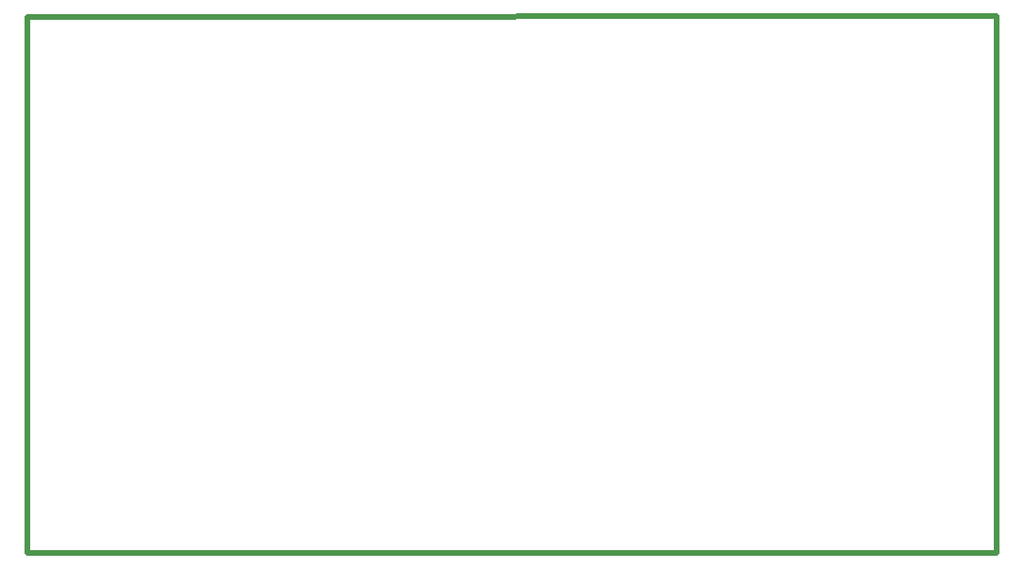
<source format=gko>
G04*
G04 #@! TF.GenerationSoftware,Altium Limited,Altium Designer,23.10.1 (27)*
G04*
G04 Layer_Color=16711935*
%FSLAX43Y43*%
%MOMM*%
G71*
G04*
G04 #@! TF.SameCoordinates,482E5524-5A79-4AD3-8225-7EEBDD750E3F*
G04*
G04*
G04 #@! TF.FilePolarity,Positive*
G04*
G01*
G75*
%ADD11C,0.500*%
D11*
X0Y0D02*
Y48095D01*
Y0D02*
X86995D01*
Y48133D01*
X0Y48095D02*
X86995Y48133D01*
M02*

</source>
